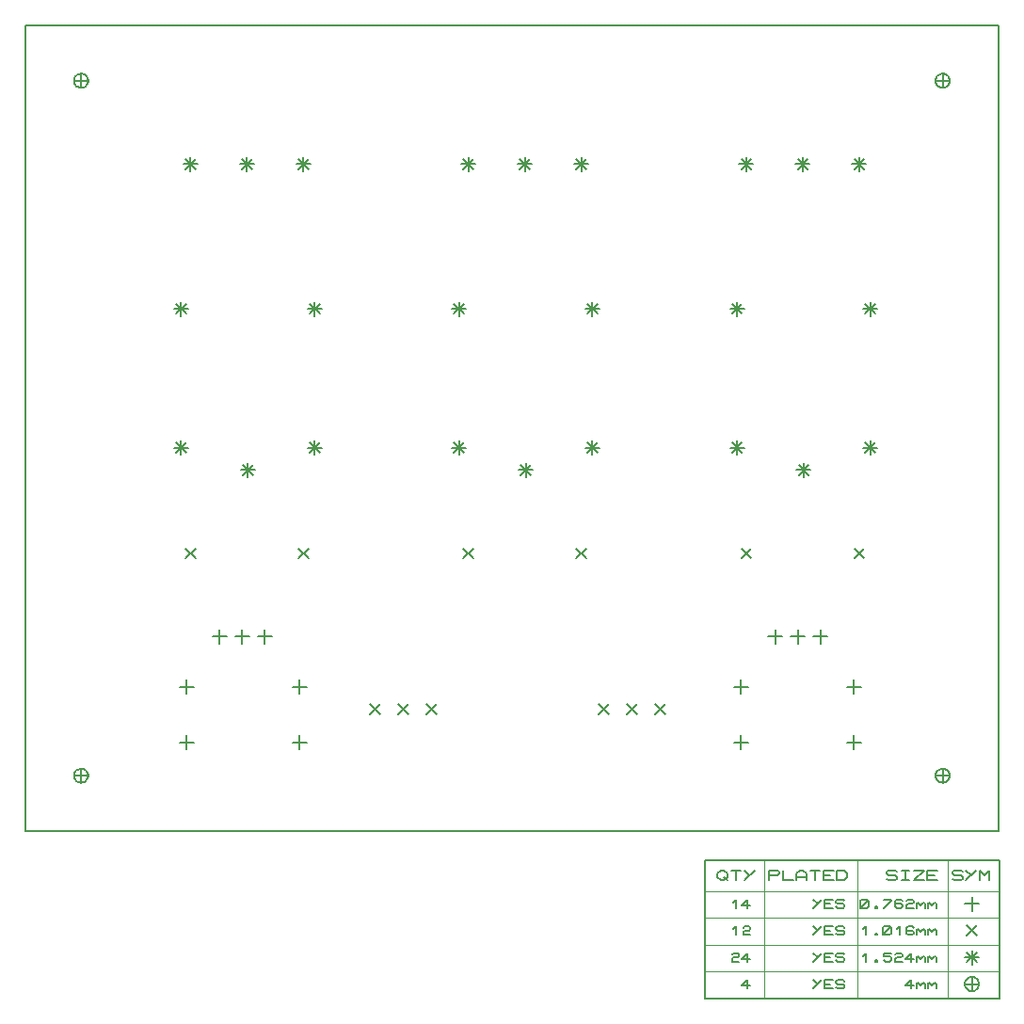
<source format=gbr>
G04 PROTEUS RS274X GERBER FILE*
%FSLAX45Y45*%
%MOMM*%
G01*
%ADD70C,0.203200*%
%ADD71C,0.127000*%
%ADD20C,0.063500*%
D70*
X-1250000Y+6063500D02*
X-1250000Y+5936500D01*
X-1186500Y+6000000D02*
X-1313500Y+6000000D01*
X-1205099Y+6044901D02*
X-1294901Y+5955099D01*
X-1205099Y+5955099D02*
X-1294901Y+6044901D01*
X-1758000Y+6063500D02*
X-1758000Y+5936500D01*
X-1694500Y+6000000D02*
X-1821500Y+6000000D01*
X-1713099Y+6044901D02*
X-1802901Y+5955099D01*
X-1713099Y+5955099D02*
X-1802901Y+6044901D01*
X-2266000Y+6063500D02*
X-2266000Y+5936500D01*
X-2202500Y+6000000D02*
X-2329500Y+6000000D01*
X-2221099Y+6044901D02*
X-2310901Y+5955099D01*
X-2221099Y+5955099D02*
X-2310901Y+6044901D01*
X-3750000Y+6063500D02*
X-3750000Y+5936500D01*
X-3686500Y+6000000D02*
X-3813500Y+6000000D01*
X-3705099Y+6044901D02*
X-3794901Y+5955099D01*
X-3705099Y+5955099D02*
X-3794901Y+6044901D01*
X-4258000Y+6063500D02*
X-4258000Y+5936500D01*
X-4194500Y+6000000D02*
X-4321500Y+6000000D01*
X-4213099Y+6044901D02*
X-4302901Y+5955099D01*
X-4213099Y+5955099D02*
X-4302901Y+6044901D01*
X-4766000Y+6063500D02*
X-4766000Y+5936500D01*
X-4702500Y+6000000D02*
X-4829500Y+6000000D01*
X-4721099Y+6044901D02*
X-4810901Y+5955099D01*
X-4721099Y+5955099D02*
X-4810901Y+6044901D01*
X-6250000Y+6063500D02*
X-6250000Y+5936500D01*
X-6186500Y+6000000D02*
X-6313500Y+6000000D01*
X-6205099Y+6044901D02*
X-6294901Y+5955099D01*
X-6205099Y+5955099D02*
X-6294901Y+6044901D01*
X-6758000Y+6063500D02*
X-6758000Y+5936500D01*
X-6694500Y+6000000D02*
X-6821500Y+6000000D01*
X-6713099Y+6044901D02*
X-6802901Y+5955099D01*
X-6713099Y+5955099D02*
X-6802901Y+6044901D01*
X-7266000Y+6063500D02*
X-7266000Y+5936500D01*
X-7202500Y+6000000D02*
X-7329500Y+6000000D01*
X-7221099Y+6044901D02*
X-7310901Y+5955099D01*
X-7221099Y+5955099D02*
X-7310901Y+6044901D01*
X-1150000Y+3513500D02*
X-1150000Y+3386500D01*
X-1086500Y+3450000D02*
X-1213500Y+3450000D01*
X-1105099Y+3494901D02*
X-1194901Y+3405099D01*
X-1105099Y+3405099D02*
X-1194901Y+3494901D01*
X-2350000Y+3513500D02*
X-2350000Y+3386500D01*
X-2286500Y+3450000D02*
X-2413500Y+3450000D01*
X-2305099Y+3494901D02*
X-2394901Y+3405099D01*
X-2305099Y+3405099D02*
X-2394901Y+3494901D01*
X-1750000Y+3313500D02*
X-1750000Y+3186500D01*
X-1686500Y+3250000D02*
X-1813500Y+3250000D01*
X-1705099Y+3294901D02*
X-1794901Y+3205099D01*
X-1705099Y+3205099D02*
X-1794901Y+3294901D01*
X-2350000Y+4763500D02*
X-2350000Y+4636500D01*
X-2286500Y+4700000D02*
X-2413500Y+4700000D01*
X-2305099Y+4744901D02*
X-2394901Y+4655099D01*
X-2305099Y+4655099D02*
X-2394901Y+4744901D01*
X-1150000Y+4763500D02*
X-1150000Y+4636500D01*
X-1086500Y+4700000D02*
X-1213500Y+4700000D01*
X-1105099Y+4744901D02*
X-1194901Y+4655099D01*
X-1105099Y+4655099D02*
X-1194901Y+4744901D01*
X-3650000Y+3513500D02*
X-3650000Y+3386500D01*
X-3586500Y+3450000D02*
X-3713500Y+3450000D01*
X-3605099Y+3494901D02*
X-3694901Y+3405099D01*
X-3605099Y+3405099D02*
X-3694901Y+3494901D01*
X-4850000Y+3513500D02*
X-4850000Y+3386500D01*
X-4786500Y+3450000D02*
X-4913500Y+3450000D01*
X-4805099Y+3494901D02*
X-4894901Y+3405099D01*
X-4805099Y+3405099D02*
X-4894901Y+3494901D01*
X-4250000Y+3313500D02*
X-4250000Y+3186500D01*
X-4186500Y+3250000D02*
X-4313500Y+3250000D01*
X-4205099Y+3294901D02*
X-4294901Y+3205099D01*
X-4205099Y+3205099D02*
X-4294901Y+3294901D01*
X-4850000Y+4763500D02*
X-4850000Y+4636500D01*
X-4786500Y+4700000D02*
X-4913500Y+4700000D01*
X-4805099Y+4744901D02*
X-4894901Y+4655099D01*
X-4805099Y+4655099D02*
X-4894901Y+4744901D01*
X-3650000Y+4763500D02*
X-3650000Y+4636500D01*
X-3586500Y+4700000D02*
X-3713500Y+4700000D01*
X-3605099Y+4744901D02*
X-3694901Y+4655099D01*
X-3605099Y+4655099D02*
X-3694901Y+4744901D01*
X-6150000Y+3513500D02*
X-6150000Y+3386500D01*
X-6086500Y+3450000D02*
X-6213500Y+3450000D01*
X-6105099Y+3494901D02*
X-6194901Y+3405099D01*
X-6105099Y+3405099D02*
X-6194901Y+3494901D01*
X-7350000Y+3513500D02*
X-7350000Y+3386500D01*
X-7286500Y+3450000D02*
X-7413500Y+3450000D01*
X-7305099Y+3494901D02*
X-7394901Y+3405099D01*
X-7305099Y+3405099D02*
X-7394901Y+3494901D01*
X-6750000Y+3313500D02*
X-6750000Y+3186500D01*
X-6686500Y+3250000D02*
X-6813500Y+3250000D01*
X-6705099Y+3294901D02*
X-6794901Y+3205099D01*
X-6705099Y+3205099D02*
X-6794901Y+3294901D01*
X-7350000Y+4763500D02*
X-7350000Y+4636500D01*
X-7286500Y+4700000D02*
X-7413500Y+4700000D01*
X-7305099Y+4744901D02*
X-7394901Y+4655099D01*
X-7305099Y+4655099D02*
X-7394901Y+4744901D01*
X-6150000Y+4763500D02*
X-6150000Y+4636500D01*
X-6086500Y+4700000D02*
X-6213500Y+4700000D01*
X-6105099Y+4744901D02*
X-6194901Y+4655099D01*
X-6105099Y+4655099D02*
X-6194901Y+4744901D01*
X-2221099Y+2544901D02*
X-2310901Y+2455099D01*
X-2221099Y+2455099D02*
X-2310901Y+2544901D01*
X-1205099Y+2544901D02*
X-1294901Y+2455099D01*
X-1205099Y+2455099D02*
X-1294901Y+2544901D01*
X-4721099Y+2544901D02*
X-4810901Y+2455099D01*
X-4721099Y+2455099D02*
X-4810901Y+2544901D01*
X-3705099Y+2544901D02*
X-3794901Y+2455099D01*
X-3705099Y+2455099D02*
X-3794901Y+2544901D01*
X-7221099Y+2544901D02*
X-7310901Y+2455099D01*
X-7221099Y+2455099D02*
X-7310901Y+2544901D01*
X-6205099Y+2544901D02*
X-6294901Y+2455099D01*
X-6205099Y+2455099D02*
X-6294901Y+2544901D01*
X-2997099Y+1144901D02*
X-3086901Y+1055099D01*
X-2997099Y+1055099D02*
X-3086901Y+1144901D01*
X-3251099Y+1144901D02*
X-3340901Y+1055099D01*
X-3251099Y+1055099D02*
X-3340901Y+1144901D01*
X-3505099Y+1144901D02*
X-3594901Y+1055099D01*
X-3505099Y+1055099D02*
X-3594901Y+1144901D01*
X-1596800Y+1813500D02*
X-1596800Y+1686500D01*
X-1533300Y+1750000D02*
X-1660300Y+1750000D01*
X-1800000Y+1813500D02*
X-1800000Y+1686500D01*
X-1736500Y+1750000D02*
X-1863500Y+1750000D01*
X-2003200Y+1813500D02*
X-2003200Y+1686500D01*
X-1939700Y+1750000D02*
X-2066700Y+1750000D01*
X-1300000Y+1363500D02*
X-1300000Y+1236500D01*
X-1236500Y+1300000D02*
X-1363500Y+1300000D01*
X-2316000Y+1363500D02*
X-2316000Y+1236500D01*
X-2252500Y+1300000D02*
X-2379500Y+1300000D01*
X-1300000Y+863500D02*
X-1300000Y+736500D01*
X-1236500Y+800000D02*
X-1363500Y+800000D01*
X-2316000Y+863500D02*
X-2316000Y+736500D01*
X-2252500Y+800000D02*
X-2379500Y+800000D01*
X-436500Y+500000D02*
X-436725Y+505335D01*
X-438551Y+516007D01*
X-442376Y+526679D01*
X-448647Y+537351D01*
X-458220Y+547819D01*
X-468892Y+555358D01*
X-479564Y+560122D01*
X-490236Y+562745D01*
X-500000Y+563500D01*
X-563500Y+500000D02*
X-563275Y+505335D01*
X-561449Y+516007D01*
X-557624Y+526679D01*
X-551353Y+537351D01*
X-541780Y+547819D01*
X-531108Y+555358D01*
X-520436Y+560122D01*
X-509764Y+562745D01*
X-500000Y+563500D01*
X-563500Y+500000D02*
X-563275Y+494665D01*
X-561449Y+483993D01*
X-557624Y+473321D01*
X-551353Y+462649D01*
X-541780Y+452181D01*
X-531108Y+444642D01*
X-520436Y+439878D01*
X-509764Y+437255D01*
X-500000Y+436500D01*
X-436500Y+500000D02*
X-436725Y+494665D01*
X-438551Y+483993D01*
X-442376Y+473321D01*
X-448647Y+462649D01*
X-458220Y+452181D01*
X-468892Y+444642D01*
X-479564Y+439878D01*
X-490236Y+437255D01*
X-500000Y+436500D01*
X-500000Y+563500D02*
X-500000Y+436500D01*
X-436500Y+500000D02*
X-563500Y+500000D01*
X-8186500Y+500000D02*
X-8186725Y+505335D01*
X-8188551Y+516007D01*
X-8192376Y+526679D01*
X-8198647Y+537351D01*
X-8208220Y+547819D01*
X-8218892Y+555358D01*
X-8229564Y+560122D01*
X-8240236Y+562745D01*
X-8250000Y+563500D01*
X-8313500Y+500000D02*
X-8313275Y+505335D01*
X-8311449Y+516007D01*
X-8307624Y+526679D01*
X-8301353Y+537351D01*
X-8291780Y+547819D01*
X-8281108Y+555358D01*
X-8270436Y+560122D01*
X-8259764Y+562745D01*
X-8250000Y+563500D01*
X-8313500Y+500000D02*
X-8313275Y+494665D01*
X-8311449Y+483993D01*
X-8307624Y+473321D01*
X-8301353Y+462649D01*
X-8291780Y+452181D01*
X-8281108Y+444642D01*
X-8270436Y+439878D01*
X-8259764Y+437255D01*
X-8250000Y+436500D01*
X-8186500Y+500000D02*
X-8186725Y+494665D01*
X-8188551Y+483993D01*
X-8192376Y+473321D01*
X-8198647Y+462649D01*
X-8208220Y+452181D01*
X-8218892Y+444642D01*
X-8229564Y+439878D01*
X-8240236Y+437255D01*
X-8250000Y+436500D01*
X-8250000Y+563500D02*
X-8250000Y+436500D01*
X-8186500Y+500000D02*
X-8313500Y+500000D01*
X-436500Y+6750000D02*
X-436725Y+6755335D01*
X-438551Y+6766007D01*
X-442376Y+6776679D01*
X-448647Y+6787351D01*
X-458220Y+6797819D01*
X-468892Y+6805358D01*
X-479564Y+6810122D01*
X-490236Y+6812745D01*
X-500000Y+6813500D01*
X-563500Y+6750000D02*
X-563275Y+6755335D01*
X-561449Y+6766007D01*
X-557624Y+6776679D01*
X-551353Y+6787351D01*
X-541780Y+6797819D01*
X-531108Y+6805358D01*
X-520436Y+6810122D01*
X-509764Y+6812745D01*
X-500000Y+6813500D01*
X-563500Y+6750000D02*
X-563275Y+6744665D01*
X-561449Y+6733993D01*
X-557624Y+6723321D01*
X-551353Y+6712649D01*
X-541780Y+6702181D01*
X-531108Y+6694642D01*
X-520436Y+6689878D01*
X-509764Y+6687255D01*
X-500000Y+6686500D01*
X-436500Y+6750000D02*
X-436725Y+6744665D01*
X-438551Y+6733993D01*
X-442376Y+6723321D01*
X-448647Y+6712649D01*
X-458220Y+6702181D01*
X-468892Y+6694642D01*
X-479564Y+6689878D01*
X-490236Y+6687255D01*
X-500000Y+6686500D01*
X-500000Y+6813500D02*
X-500000Y+6686500D01*
X-436500Y+6750000D02*
X-563500Y+6750000D01*
X-8186500Y+6750000D02*
X-8186725Y+6755335D01*
X-8188551Y+6766007D01*
X-8192376Y+6776679D01*
X-8198647Y+6787351D01*
X-8208220Y+6797819D01*
X-8218892Y+6805358D01*
X-8229564Y+6810122D01*
X-8240236Y+6812745D01*
X-8250000Y+6813500D01*
X-8313500Y+6750000D02*
X-8313275Y+6755335D01*
X-8311449Y+6766007D01*
X-8307624Y+6776679D01*
X-8301353Y+6787351D01*
X-8291780Y+6797819D01*
X-8281108Y+6805358D01*
X-8270436Y+6810122D01*
X-8259764Y+6812745D01*
X-8250000Y+6813500D01*
X-8313500Y+6750000D02*
X-8313275Y+6744665D01*
X-8311449Y+6733993D01*
X-8307624Y+6723321D01*
X-8301353Y+6712649D01*
X-8291780Y+6702181D01*
X-8281108Y+6694642D01*
X-8270436Y+6689878D01*
X-8259764Y+6687255D01*
X-8250000Y+6686500D01*
X-8186500Y+6750000D02*
X-8186725Y+6744665D01*
X-8188551Y+6733993D01*
X-8192376Y+6723321D01*
X-8198647Y+6712649D01*
X-8208220Y+6702181D01*
X-8218892Y+6694642D01*
X-8229564Y+6689878D01*
X-8240236Y+6687255D01*
X-8250000Y+6686500D01*
X-8250000Y+6813500D02*
X-8250000Y+6686500D01*
X-8186500Y+6750000D02*
X-8313500Y+6750000D01*
X-5055099Y+1144901D02*
X-5144901Y+1055099D01*
X-5055099Y+1055099D02*
X-5144901Y+1144901D01*
X-5309099Y+1144901D02*
X-5398901Y+1055099D01*
X-5309099Y+1055099D02*
X-5398901Y+1144901D01*
X-5563099Y+1144901D02*
X-5652901Y+1055099D01*
X-5563099Y+1055099D02*
X-5652901Y+1144901D01*
X-6596800Y+1813500D02*
X-6596800Y+1686500D01*
X-6533300Y+1750000D02*
X-6660300Y+1750000D01*
X-6800000Y+1813500D02*
X-6800000Y+1686500D01*
X-6736500Y+1750000D02*
X-6863500Y+1750000D01*
X-7003200Y+1813500D02*
X-7003200Y+1686500D01*
X-6939700Y+1750000D02*
X-7066700Y+1750000D01*
X-6284000Y+1363500D02*
X-6284000Y+1236500D01*
X-6220500Y+1300000D02*
X-6347500Y+1300000D01*
X-7300000Y+1363500D02*
X-7300000Y+1236500D01*
X-7236500Y+1300000D02*
X-7363500Y+1300000D01*
X-6284000Y+863500D02*
X-6284000Y+736500D01*
X-6220500Y+800000D02*
X-6347500Y+800000D01*
X-7300000Y+863500D02*
X-7300000Y+736500D01*
X-7236500Y+800000D02*
X-7363500Y+800000D01*
X-8750000Y+0D02*
X+0Y+0D01*
X+0Y+7250000D01*
X-8750000Y+7250000D01*
X-8750000Y+0D01*
D71*
X-2633980Y-1508760D02*
X+10160Y-1508760D01*
X+10160Y-264160D01*
X-2633980Y-264160D01*
X-2633980Y-1508760D01*
D20*
X-457202Y-264160D02*
X-457202Y-1508760D01*
X-1270002Y-264160D02*
X-1270002Y-1508760D01*
X-2103122Y-264160D02*
X-2103122Y-1508760D01*
X+10160Y-537210D02*
X-2633980Y-537210D01*
X+10160Y-778510D02*
X-2633980Y-778510D01*
X+10160Y-1019810D02*
X-2633980Y-1019810D01*
X+10160Y-1261110D02*
X-2633980Y-1261110D01*
D71*
X-412750Y-427990D02*
X-397510Y-443230D01*
X-336550Y-443230D01*
X-321310Y-427990D01*
X-321310Y-412750D01*
X-336550Y-397510D01*
X-397510Y-397510D01*
X-412750Y-382270D01*
X-412750Y-367030D01*
X-397510Y-351790D01*
X-336550Y-351790D01*
X-321310Y-367030D01*
X-199390Y-351790D02*
X-290830Y-443230D01*
X-290830Y-351790D02*
X-245110Y-397510D01*
X-168910Y-443230D02*
X-168910Y-351790D01*
X-123190Y-397510D01*
X-77470Y-351790D01*
X-77470Y-443230D01*
X-1002030Y-427990D02*
X-986790Y-443230D01*
X-925830Y-443230D01*
X-910590Y-427990D01*
X-910590Y-412750D01*
X-925830Y-397510D01*
X-986790Y-397510D01*
X-1002030Y-382270D01*
X-1002030Y-367030D01*
X-986790Y-351790D01*
X-925830Y-351790D01*
X-910590Y-367030D01*
X-864870Y-351790D02*
X-803910Y-351790D01*
X-834390Y-351790D02*
X-834390Y-443230D01*
X-864870Y-443230D02*
X-803910Y-443230D01*
X-758190Y-351790D02*
X-666750Y-351790D01*
X-758190Y-443230D01*
X-666750Y-443230D01*
X-544830Y-443230D02*
X-636270Y-443230D01*
X-636270Y-351790D01*
X-544830Y-351790D01*
X-636270Y-397510D02*
X-575310Y-397510D01*
X-2058670Y-443230D02*
X-2058670Y-351790D01*
X-1982470Y-351790D01*
X-1967230Y-367030D01*
X-1967230Y-382270D01*
X-1982470Y-397510D01*
X-2058670Y-397510D01*
X-1936750Y-351790D02*
X-1936750Y-443230D01*
X-1845310Y-443230D01*
X-1814830Y-443230D02*
X-1814830Y-382270D01*
X-1784350Y-351790D01*
X-1753870Y-351790D01*
X-1723390Y-382270D01*
X-1723390Y-443230D01*
X-1814830Y-412750D02*
X-1723390Y-412750D01*
X-1692910Y-351790D02*
X-1601470Y-351790D01*
X-1647190Y-351790D02*
X-1647190Y-443230D01*
X-1479550Y-443230D02*
X-1570990Y-443230D01*
X-1570990Y-351790D01*
X-1479550Y-351790D01*
X-1570990Y-397510D02*
X-1510030Y-397510D01*
X-1449070Y-443230D02*
X-1449070Y-351790D01*
X-1388110Y-351790D01*
X-1357630Y-382270D01*
X-1357630Y-412750D01*
X-1388110Y-443230D01*
X-1449070Y-443230D01*
X-2526030Y-382270D02*
X-2495550Y-351790D01*
X-2465070Y-351790D01*
X-2434590Y-382270D01*
X-2434590Y-412750D01*
X-2465070Y-443230D01*
X-2495550Y-443230D01*
X-2526030Y-412750D01*
X-2526030Y-382270D01*
X-2465070Y-412750D02*
X-2434590Y-443230D01*
X-2404110Y-351790D02*
X-2312670Y-351790D01*
X-2358390Y-351790D02*
X-2358390Y-443230D01*
X-2190750Y-351790D02*
X-2282190Y-443230D01*
X-2282190Y-351790D02*
X-2236470Y-397510D01*
D70*
X-236220Y-588010D02*
X-236220Y-715010D01*
X-172720Y-651510D02*
X-299720Y-651510D01*
D71*
X-1244600Y-676910D02*
X-1244600Y-626110D01*
X-1231900Y-613410D01*
X-1181100Y-613410D01*
X-1168400Y-626110D01*
X-1168400Y-676910D01*
X-1181100Y-689610D01*
X-1231900Y-689610D01*
X-1244600Y-676910D01*
X-1244600Y-689610D02*
X-1168400Y-613410D01*
X-1104900Y-676910D02*
X-1092200Y-676910D01*
X-1092200Y-689610D01*
X-1104900Y-689610D01*
X-1104900Y-676910D01*
X-1028700Y-613410D02*
X-965200Y-613410D01*
X-965200Y-626110D01*
X-1028700Y-689610D01*
X-863600Y-626110D02*
X-876300Y-613410D01*
X-914400Y-613410D01*
X-927100Y-626110D01*
X-927100Y-676910D01*
X-914400Y-689610D01*
X-876300Y-689610D01*
X-863600Y-676910D01*
X-863600Y-664210D01*
X-876300Y-651510D01*
X-927100Y-651510D01*
X-825500Y-626110D02*
X-812800Y-613410D01*
X-774700Y-613410D01*
X-762000Y-626110D01*
X-762000Y-638810D01*
X-774700Y-651510D01*
X-812800Y-651510D01*
X-825500Y-664210D01*
X-825500Y-689610D01*
X-762000Y-689610D01*
X-736600Y-689610D02*
X-736600Y-638810D01*
X-736600Y-651510D02*
X-723900Y-638810D01*
X-698500Y-664210D01*
X-673100Y-638810D01*
X-660400Y-651510D01*
X-660400Y-689610D01*
X-635000Y-689610D02*
X-635000Y-638810D01*
X-635000Y-651510D02*
X-622300Y-638810D01*
X-596900Y-664210D01*
X-571500Y-638810D01*
X-558800Y-651510D01*
X-558800Y-689610D01*
X-1587500Y-613410D02*
X-1663700Y-689610D01*
X-1663700Y-613410D02*
X-1625600Y-651510D01*
X-1485900Y-689610D02*
X-1562100Y-689610D01*
X-1562100Y-613410D01*
X-1485900Y-613410D01*
X-1562100Y-651510D02*
X-1511300Y-651510D01*
X-1460500Y-676910D02*
X-1447800Y-689610D01*
X-1397000Y-689610D01*
X-1384300Y-676910D01*
X-1384300Y-664210D01*
X-1397000Y-651510D01*
X-1447800Y-651510D01*
X-1460500Y-638810D01*
X-1460500Y-626110D01*
X-1447800Y-613410D01*
X-1397000Y-613410D01*
X-1384300Y-626110D01*
X-2382520Y-638810D02*
X-2357120Y-613410D01*
X-2357120Y-689610D01*
X-2230120Y-664210D02*
X-2306320Y-664210D01*
X-2255520Y-613410D01*
X-2255520Y-689610D01*
D70*
X-191319Y-847909D02*
X-281121Y-937711D01*
X-191319Y-937711D02*
X-281121Y-847909D01*
D71*
X-1219200Y-880110D02*
X-1193800Y-854710D01*
X-1193800Y-930910D01*
X-1104900Y-918210D02*
X-1092200Y-918210D01*
X-1092200Y-930910D01*
X-1104900Y-930910D01*
X-1104900Y-918210D01*
X-1041400Y-918210D02*
X-1041400Y-867410D01*
X-1028700Y-854710D01*
X-977900Y-854710D01*
X-965200Y-867410D01*
X-965200Y-918210D01*
X-977900Y-930910D01*
X-1028700Y-930910D01*
X-1041400Y-918210D01*
X-1041400Y-930910D02*
X-965200Y-854710D01*
X-914400Y-880110D02*
X-889000Y-854710D01*
X-889000Y-930910D01*
X-762000Y-867410D02*
X-774700Y-854710D01*
X-812800Y-854710D01*
X-825500Y-867410D01*
X-825500Y-918210D01*
X-812800Y-930910D01*
X-774700Y-930910D01*
X-762000Y-918210D01*
X-762000Y-905510D01*
X-774700Y-892810D01*
X-825500Y-892810D01*
X-736600Y-930910D02*
X-736600Y-880110D01*
X-736600Y-892810D02*
X-723900Y-880110D01*
X-698500Y-905510D01*
X-673100Y-880110D01*
X-660400Y-892810D01*
X-660400Y-930910D01*
X-635000Y-930910D02*
X-635000Y-880110D01*
X-635000Y-892810D02*
X-622300Y-880110D01*
X-596900Y-905510D01*
X-571500Y-880110D01*
X-558800Y-892810D01*
X-558800Y-930910D01*
X-1587500Y-854710D02*
X-1663700Y-930910D01*
X-1663700Y-854710D02*
X-1625600Y-892810D01*
X-1485900Y-930910D02*
X-1562100Y-930910D01*
X-1562100Y-854710D01*
X-1485900Y-854710D01*
X-1562100Y-892810D02*
X-1511300Y-892810D01*
X-1460500Y-918210D02*
X-1447800Y-930910D01*
X-1397000Y-930910D01*
X-1384300Y-918210D01*
X-1384300Y-905510D01*
X-1397000Y-892810D01*
X-1447800Y-892810D01*
X-1460500Y-880110D01*
X-1460500Y-867410D01*
X-1447800Y-854710D01*
X-1397000Y-854710D01*
X-1384300Y-867410D01*
X-2382520Y-880110D02*
X-2357120Y-854710D01*
X-2357120Y-930910D01*
X-2293620Y-867410D02*
X-2280920Y-854710D01*
X-2242820Y-854710D01*
X-2230120Y-867410D01*
X-2230120Y-880110D01*
X-2242820Y-892810D01*
X-2280920Y-892810D01*
X-2293620Y-905510D01*
X-2293620Y-930910D01*
X-2230120Y-930910D01*
D70*
X-236220Y-1070610D02*
X-236220Y-1197610D01*
X-172720Y-1134110D02*
X-299720Y-1134110D01*
X-191319Y-1089209D02*
X-281121Y-1179011D01*
X-191319Y-1179011D02*
X-281121Y-1089209D01*
D71*
X-1219200Y-1121410D02*
X-1193800Y-1096010D01*
X-1193800Y-1172210D01*
X-1104900Y-1159510D02*
X-1092200Y-1159510D01*
X-1092200Y-1172210D01*
X-1104900Y-1172210D01*
X-1104900Y-1159510D01*
X-965200Y-1096010D02*
X-1028700Y-1096010D01*
X-1028700Y-1121410D01*
X-977900Y-1121410D01*
X-965200Y-1134110D01*
X-965200Y-1159510D01*
X-977900Y-1172210D01*
X-1016000Y-1172210D01*
X-1028700Y-1159510D01*
X-927100Y-1108710D02*
X-914400Y-1096010D01*
X-876300Y-1096010D01*
X-863600Y-1108710D01*
X-863600Y-1121410D01*
X-876300Y-1134110D01*
X-914400Y-1134110D01*
X-927100Y-1146810D01*
X-927100Y-1172210D01*
X-863600Y-1172210D01*
X-762000Y-1146810D02*
X-838200Y-1146810D01*
X-787400Y-1096010D01*
X-787400Y-1172210D01*
X-736600Y-1172210D02*
X-736600Y-1121410D01*
X-736600Y-1134110D02*
X-723900Y-1121410D01*
X-698500Y-1146810D01*
X-673100Y-1121410D01*
X-660400Y-1134110D01*
X-660400Y-1172210D01*
X-635000Y-1172210D02*
X-635000Y-1121410D01*
X-635000Y-1134110D02*
X-622300Y-1121410D01*
X-596900Y-1146810D01*
X-571500Y-1121410D01*
X-558800Y-1134110D01*
X-558800Y-1172210D01*
X-1587500Y-1096010D02*
X-1663700Y-1172210D01*
X-1663700Y-1096010D02*
X-1625600Y-1134110D01*
X-1485900Y-1172210D02*
X-1562100Y-1172210D01*
X-1562100Y-1096010D01*
X-1485900Y-1096010D01*
X-1562100Y-1134110D02*
X-1511300Y-1134110D01*
X-1460500Y-1159510D02*
X-1447800Y-1172210D01*
X-1397000Y-1172210D01*
X-1384300Y-1159510D01*
X-1384300Y-1146810D01*
X-1397000Y-1134110D01*
X-1447800Y-1134110D01*
X-1460500Y-1121410D01*
X-1460500Y-1108710D01*
X-1447800Y-1096010D01*
X-1397000Y-1096010D01*
X-1384300Y-1108710D01*
X-2395220Y-1108710D02*
X-2382520Y-1096010D01*
X-2344420Y-1096010D01*
X-2331720Y-1108710D01*
X-2331720Y-1121410D01*
X-2344420Y-1134110D01*
X-2382520Y-1134110D01*
X-2395220Y-1146810D01*
X-2395220Y-1172210D01*
X-2331720Y-1172210D01*
X-2230120Y-1146810D02*
X-2306320Y-1146810D01*
X-2255520Y-1096010D01*
X-2255520Y-1172210D01*
D70*
X-172720Y-1375410D02*
X-172945Y-1370075D01*
X-174771Y-1359403D01*
X-178596Y-1348731D01*
X-184867Y-1338059D01*
X-194440Y-1327591D01*
X-205112Y-1320052D01*
X-215784Y-1315288D01*
X-226456Y-1312665D01*
X-236220Y-1311910D01*
X-299720Y-1375410D02*
X-299495Y-1370075D01*
X-297669Y-1359403D01*
X-293844Y-1348731D01*
X-287573Y-1338059D01*
X-278000Y-1327591D01*
X-267328Y-1320052D01*
X-256656Y-1315288D01*
X-245984Y-1312665D01*
X-236220Y-1311910D01*
X-299720Y-1375410D02*
X-299495Y-1380745D01*
X-297669Y-1391417D01*
X-293844Y-1402089D01*
X-287573Y-1412761D01*
X-278000Y-1423229D01*
X-267328Y-1430768D01*
X-256656Y-1435532D01*
X-245984Y-1438155D01*
X-236220Y-1438910D01*
X-172720Y-1375410D02*
X-172945Y-1380745D01*
X-174771Y-1391417D01*
X-178596Y-1402089D01*
X-184867Y-1412761D01*
X-194440Y-1423229D01*
X-205112Y-1430768D01*
X-215784Y-1435532D01*
X-226456Y-1438155D01*
X-236220Y-1438910D01*
X-236220Y-1311910D02*
X-236220Y-1438910D01*
X-172720Y-1375410D02*
X-299720Y-1375410D01*
D71*
X-762000Y-1388110D02*
X-838200Y-1388110D01*
X-787400Y-1337310D01*
X-787400Y-1413510D01*
X-736600Y-1413510D02*
X-736600Y-1362710D01*
X-736600Y-1375410D02*
X-723900Y-1362710D01*
X-698500Y-1388110D01*
X-673100Y-1362710D01*
X-660400Y-1375410D01*
X-660400Y-1413510D01*
X-635000Y-1413510D02*
X-635000Y-1362710D01*
X-635000Y-1375410D02*
X-622300Y-1362710D01*
X-596900Y-1388110D01*
X-571500Y-1362710D01*
X-558800Y-1375410D01*
X-558800Y-1413510D01*
X-1587500Y-1337310D02*
X-1663700Y-1413510D01*
X-1663700Y-1337310D02*
X-1625600Y-1375410D01*
X-1485900Y-1413510D02*
X-1562100Y-1413510D01*
X-1562100Y-1337310D01*
X-1485900Y-1337310D01*
X-1562100Y-1375410D02*
X-1511300Y-1375410D01*
X-1460500Y-1400810D02*
X-1447800Y-1413510D01*
X-1397000Y-1413510D01*
X-1384300Y-1400810D01*
X-1384300Y-1388110D01*
X-1397000Y-1375410D01*
X-1447800Y-1375410D01*
X-1460500Y-1362710D01*
X-1460500Y-1350010D01*
X-1447800Y-1337310D01*
X-1397000Y-1337310D01*
X-1384300Y-1350010D01*
X-2230120Y-1388110D02*
X-2306320Y-1388110D01*
X-2255520Y-1337310D01*
X-2255520Y-1413510D01*
M02*

</source>
